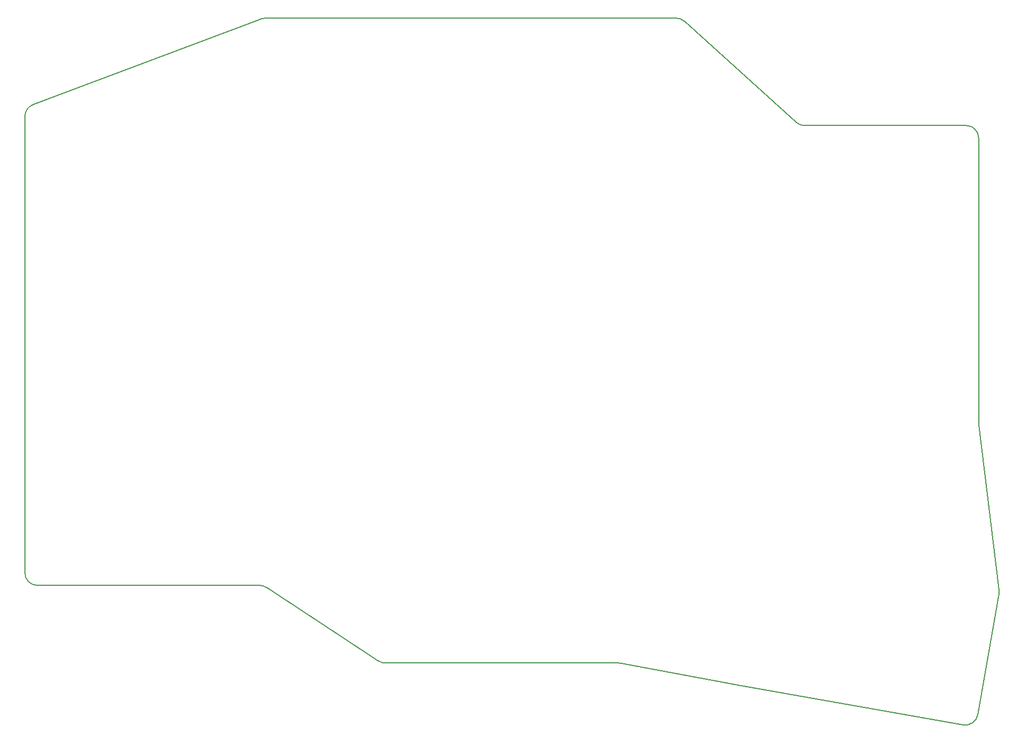
<source format=gm1>
G04 #@! TF.GenerationSoftware,KiCad,Pcbnew,6.0.5-a6ca702e91~116~ubuntu20.04.1*
G04 #@! TF.CreationDate,2022-08-10T01:11:28+00:00*
G04 #@! TF.ProjectId,spleeb,73706c65-6562-42e6-9b69-6361645f7063,v1.0.0*
G04 #@! TF.SameCoordinates,Original*
G04 #@! TF.FileFunction,Profile,NP*
%FSLAX46Y46*%
G04 Gerber Fmt 4.6, Leading zero omitted, Abs format (unit mm)*
G04 Created by KiCad (PCBNEW 6.0.5-a6ca702e91~116~ubuntu20.04.1) date 2022-08-10 01:11:28*
%MOMM*%
%LPD*%
G01*
G04 APERTURE LIST*
G04 #@! TA.AperFunction,Profile*
%ADD10C,0.150000*%
G04 #@! TD*
G04 APERTURE END LIST*
D10*
X142549995Y16340583D02*
G75*
G03*
X142565092Y16095345I1999705J17D01*
G01*
X104631187Y-25472204D02*
X85581920Y-21916457D01*
X-9500000Y-7500000D02*
X-9500000Y65264955D01*
X27903182Y-9500000D02*
X-7500000Y-9500000D01*
X140092278Y-31732265D02*
X104650484Y-25475708D01*
X-8204722Y67136683D02*
X28109313Y80809228D01*
X114770397Y63817500D02*
X140550000Y63817500D01*
X113428685Y64334327D02*
G75*
G03*
X114770398Y63817500I1341715J1483173D01*
G01*
X104631187Y-25472204D02*
G75*
G03*
X104650485Y-25475708I377613J2024904D01*
G01*
X145805688Y-10849704D02*
G75*
G03*
X145820983Y-10257171I-1969588J347304D01*
G01*
X85581919Y-21916464D02*
G75*
G03*
X85214937Y-21882500I-367019J-1966036D01*
G01*
X140092288Y-31732209D02*
G75*
G03*
X142409579Y-30110014I347712J1969509D01*
G01*
X95646317Y80420674D02*
X113428683Y64334326D01*
X142550000Y61817500D02*
X142550000Y16340583D01*
X142550000Y61817500D02*
G75*
G03*
X140550000Y63817500I-2000000J0D01*
G01*
X85214937Y-21882500D02*
X47996818Y-21882500D01*
X142565092Y16095345D02*
X145820983Y-10257170D01*
X46900777Y-21555441D02*
G75*
G03*
X47996818Y-21882500I1096023J1672941D01*
G01*
X-8204722Y67136683D02*
G75*
G03*
X-9500000Y65264955I704720J-1871727D01*
G01*
X46900782Y-21555433D02*
X28999218Y-9827067D01*
X145805691Y-10849705D02*
X142409579Y-30110015D01*
X28999223Y-9827059D02*
G75*
G03*
X27903182Y-9500000I-1096023J-1672941D01*
G01*
X95646315Y80420673D02*
G75*
G03*
X94304602Y80937500I-1341715J-1483173D01*
G01*
X28814035Y80937487D02*
G75*
G03*
X28109313Y80809228I-35J-1999987D01*
G01*
X28814035Y80937500D02*
X94304603Y80937500D01*
X-9500000Y-7500000D02*
G75*
G03*
X-7500000Y-9500000I1999999J-1D01*
G01*
M02*

</source>
